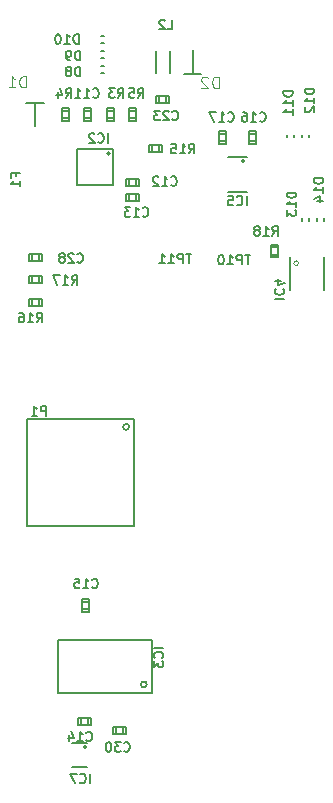
<source format=gbr>
G04 #@! TF.GenerationSoftware,KiCad,Pcbnew,5.1.8+dfsg1-1~bpo10+1*
G04 #@! TF.CreationDate,2021-02-15T21:00:24+01:00*
G04 #@! TF.ProjectId,easyhive,65617379-6869-4766-952e-6b696361645f,rev?*
G04 #@! TF.SameCoordinates,Original*
G04 #@! TF.FileFunction,Legend,Bot*
G04 #@! TF.FilePolarity,Positive*
%FSLAX46Y46*%
G04 Gerber Fmt 4.6, Leading zero omitted, Abs format (unit mm)*
G04 Created by KiCad (PCBNEW 5.1.8+dfsg1-1~bpo10+1) date 2021-02-15 21:00:24*
%MOMM*%
%LPD*%
G01*
G04 APERTURE LIST*
%ADD10C,0.150000*%
%ADD11C,0.127000*%
%ADD12C,0.203200*%
%ADD13C,0.100000*%
%ADD14C,0.152400*%
%ADD15C,0.096520*%
G04 APERTURE END LIST*
D10*
X141673774Y-131929008D02*
G75*
G03*
X141673774Y-131929008I-125000J0D01*
G01*
X141740000Y-131603000D02*
X140440000Y-131603000D01*
X140440000Y-133603000D02*
X141740000Y-133603000D01*
X155078300Y-82280200D02*
G75*
G03*
X155078300Y-82280200I-125000J0D01*
G01*
D11*
X153696100Y-84948600D02*
X155296100Y-84948600D01*
X155296100Y-81948600D02*
X153696100Y-81948600D01*
D10*
X145310800Y-104814200D02*
G75*
G03*
X145310800Y-104814200I-250000J0D01*
G01*
D11*
X136700000Y-104175000D02*
X136700000Y-113175000D01*
X136700000Y-113175000D02*
X145700000Y-113175000D01*
X145700000Y-113175000D02*
X145700000Y-104175000D01*
X145700000Y-104175000D02*
X136700000Y-104175000D01*
X157930000Y-89370000D02*
X157330000Y-89370000D01*
X157930000Y-90470000D02*
X157330000Y-90470000D01*
X157330000Y-89370000D02*
X157330000Y-89620000D01*
X157330000Y-89620000D02*
X157330000Y-90220000D01*
X157330000Y-90220000D02*
X157330000Y-90470000D01*
X157930000Y-89370000D02*
X157930000Y-89620000D01*
X157930000Y-89620000D02*
X157930000Y-90220000D01*
X157930000Y-90220000D02*
X157930000Y-90470000D01*
X157930000Y-89620000D02*
X157330000Y-89620000D01*
X157930000Y-90220000D02*
X157330000Y-90220000D01*
X136801100Y-92038600D02*
X136801100Y-92638600D01*
X137901100Y-92038600D02*
X137901100Y-92638600D01*
X136801100Y-92638600D02*
X137051100Y-92638600D01*
X137051100Y-92638600D02*
X137651100Y-92638600D01*
X137651100Y-92638600D02*
X137901100Y-92638600D01*
X136801100Y-92038600D02*
X137051100Y-92038600D01*
X137051100Y-92038600D02*
X137651100Y-92038600D01*
X137651100Y-92038600D02*
X137901100Y-92038600D01*
X137051100Y-92038600D02*
X137051100Y-92638600D01*
X137651100Y-92038600D02*
X137651100Y-92638600D01*
X137901100Y-94543600D02*
X137901100Y-93943600D01*
X136801100Y-94543600D02*
X136801100Y-93943600D01*
X137901100Y-93943600D02*
X137651100Y-93943600D01*
X137651100Y-93943600D02*
X137051100Y-93943600D01*
X137051100Y-93943600D02*
X136801100Y-93943600D01*
X137901100Y-94543600D02*
X137651100Y-94543600D01*
X137651100Y-94543600D02*
X137051100Y-94543600D01*
X137051100Y-94543600D02*
X136801100Y-94543600D01*
X137651100Y-94543600D02*
X137651100Y-93943600D01*
X137051100Y-94543600D02*
X137051100Y-93943600D01*
X148061100Y-81526100D02*
X148061100Y-80926100D01*
X146961100Y-81526100D02*
X146961100Y-80926100D01*
X148061100Y-80926100D02*
X147811100Y-80926100D01*
X147811100Y-80926100D02*
X147211100Y-80926100D01*
X147211100Y-80926100D02*
X146961100Y-80926100D01*
X148061100Y-81526100D02*
X147811100Y-81526100D01*
X147811100Y-81526100D02*
X147211100Y-81526100D01*
X147211100Y-81526100D02*
X146961100Y-81526100D01*
X147811100Y-81526100D02*
X147811100Y-80926100D01*
X147211100Y-81526100D02*
X147211100Y-80926100D01*
X145906100Y-77818600D02*
X145306100Y-77818600D01*
X145906100Y-78918600D02*
X145306100Y-78918600D01*
X145306100Y-77818600D02*
X145306100Y-78068600D01*
X145306100Y-78068600D02*
X145306100Y-78668600D01*
X145306100Y-78668600D02*
X145306100Y-78918600D01*
X145906100Y-77818600D02*
X145906100Y-78068600D01*
X145906100Y-78068600D02*
X145906100Y-78668600D01*
X145906100Y-78668600D02*
X145906100Y-78918600D01*
X145906100Y-78068600D02*
X145306100Y-78068600D01*
X145906100Y-78668600D02*
X145306100Y-78668600D01*
X140191100Y-77818600D02*
X139591100Y-77818600D01*
X140191100Y-78918600D02*
X139591100Y-78918600D01*
X139591100Y-77818600D02*
X139591100Y-78068600D01*
X139591100Y-78068600D02*
X139591100Y-78668600D01*
X139591100Y-78668600D02*
X139591100Y-78918600D01*
X140191100Y-77818600D02*
X140191100Y-78068600D01*
X140191100Y-78068600D02*
X140191100Y-78668600D01*
X140191100Y-78668600D02*
X140191100Y-78918600D01*
X140191100Y-78068600D02*
X139591100Y-78068600D01*
X140191100Y-78668600D02*
X139591100Y-78668600D01*
X144001100Y-77818600D02*
X143401100Y-77818600D01*
X144001100Y-78918600D02*
X143401100Y-78918600D01*
X143401100Y-77818600D02*
X143401100Y-78068600D01*
X143401100Y-78068600D02*
X143401100Y-78668600D01*
X143401100Y-78668600D02*
X143401100Y-78918600D01*
X144001100Y-77818600D02*
X144001100Y-78068600D01*
X144001100Y-78068600D02*
X144001100Y-78668600D01*
X144001100Y-78668600D02*
X144001100Y-78918600D01*
X144001100Y-78068600D02*
X143401100Y-78068600D01*
X144001100Y-78668600D02*
X143401100Y-78668600D01*
D12*
X148746100Y-73023600D02*
X148746100Y-74823600D01*
X147546100Y-74823600D02*
X147546100Y-73023600D01*
X161800000Y-90450000D02*
X161800000Y-93250000D01*
X158950000Y-93250000D02*
X158950000Y-90450000D01*
D13*
X159650000Y-90950000D02*
G75*
G03*
X159650000Y-90950000I-200000J0D01*
G01*
D11*
X147205000Y-122866000D02*
X139255000Y-122866000D01*
X139255000Y-122866000D02*
X139255000Y-127366000D01*
X139255000Y-127366000D02*
X147205000Y-127366000D01*
X147205000Y-127366000D02*
X147205000Y-122866000D01*
X146805000Y-126616000D02*
G75*
G03*
X146805000Y-126616000I-250000J0D01*
G01*
D14*
X143931100Y-81313600D02*
X140931100Y-81313600D01*
X140931100Y-81313600D02*
X140931100Y-84313600D01*
X140931100Y-84313600D02*
X143931100Y-84313600D01*
X143931100Y-84313600D02*
X143931100Y-81313600D01*
X143681100Y-81688600D02*
G75*
G03*
X143681100Y-81688600I-125000J0D01*
G01*
D11*
X161781100Y-87358600D02*
X161781100Y-87158600D01*
X161181100Y-87358600D02*
X161181100Y-87158600D01*
X160511100Y-87358600D02*
X160511100Y-87158600D01*
X159911100Y-87358600D02*
X159911100Y-87158600D01*
X159911100Y-80108600D02*
X159911100Y-80308600D01*
X160511100Y-80108600D02*
X160511100Y-80308600D01*
X158641100Y-80108600D02*
X158641100Y-80308600D01*
X159241100Y-80108600D02*
X159241100Y-80308600D01*
X142966100Y-72318600D02*
X143166100Y-72318600D01*
X142966100Y-71718600D02*
X143166100Y-71718600D01*
X142966100Y-73588600D02*
X143166100Y-73588600D01*
X142966100Y-72988600D02*
X143166100Y-72988600D01*
X142966100Y-74858600D02*
X143166100Y-74858600D01*
X142966100Y-74258600D02*
X143166100Y-74258600D01*
X145068000Y-130856000D02*
X145068000Y-130256000D01*
X143968000Y-130856000D02*
X143968000Y-130256000D01*
X145068000Y-130256000D02*
X144818000Y-130256000D01*
X144818000Y-130256000D02*
X144218000Y-130256000D01*
X144218000Y-130256000D02*
X143968000Y-130256000D01*
X145068000Y-130856000D02*
X144818000Y-130856000D01*
X144818000Y-130856000D02*
X144218000Y-130856000D01*
X144218000Y-130856000D02*
X143968000Y-130856000D01*
X144818000Y-130856000D02*
X144818000Y-130256000D01*
X144218000Y-130856000D02*
X144218000Y-130256000D01*
X137901100Y-90733600D02*
X137901100Y-90133600D01*
X136801100Y-90733600D02*
X136801100Y-90133600D01*
X137901100Y-90133600D02*
X137651100Y-90133600D01*
X137651100Y-90133600D02*
X137051100Y-90133600D01*
X137051100Y-90133600D02*
X136801100Y-90133600D01*
X137901100Y-90733600D02*
X137651100Y-90733600D01*
X137651100Y-90733600D02*
X137051100Y-90733600D01*
X137051100Y-90733600D02*
X136801100Y-90733600D01*
X137651100Y-90733600D02*
X137651100Y-90133600D01*
X137051100Y-90733600D02*
X137051100Y-90133600D01*
X147596100Y-76798600D02*
X147596100Y-77398600D01*
X148696100Y-76798600D02*
X148696100Y-77398600D01*
X147596100Y-77398600D02*
X147846100Y-77398600D01*
X147846100Y-77398600D02*
X148446100Y-77398600D01*
X148446100Y-77398600D02*
X148696100Y-77398600D01*
X147596100Y-76798600D02*
X147846100Y-76798600D01*
X147846100Y-76798600D02*
X148446100Y-76798600D01*
X148446100Y-76798600D02*
X148696100Y-76798600D01*
X147846100Y-76798600D02*
X147846100Y-77398600D01*
X148446100Y-76798600D02*
X148446100Y-77398600D01*
X152926100Y-80823600D02*
X153526100Y-80823600D01*
X152926100Y-79723600D02*
X153526100Y-79723600D01*
X153526100Y-80823600D02*
X153526100Y-80573600D01*
X153526100Y-80573600D02*
X153526100Y-79973600D01*
X153526100Y-79973600D02*
X153526100Y-79723600D01*
X152926100Y-80823600D02*
X152926100Y-80573600D01*
X152926100Y-80573600D02*
X152926100Y-79973600D01*
X152926100Y-79973600D02*
X152926100Y-79723600D01*
X152926100Y-80573600D02*
X153526100Y-80573600D01*
X152926100Y-79973600D02*
X153526100Y-79973600D01*
X155466100Y-80823600D02*
X156066100Y-80823600D01*
X155466100Y-79723600D02*
X156066100Y-79723600D01*
X156066100Y-80823600D02*
X156066100Y-80573600D01*
X156066100Y-80573600D02*
X156066100Y-79973600D01*
X156066100Y-79973600D02*
X156066100Y-79723600D01*
X155466100Y-80823600D02*
X155466100Y-80573600D01*
X155466100Y-80573600D02*
X155466100Y-79973600D01*
X155466100Y-79973600D02*
X155466100Y-79723600D01*
X155466100Y-80573600D02*
X156066100Y-80573600D01*
X155466100Y-79973600D02*
X156066100Y-79973600D01*
X141305000Y-120446000D02*
X141905000Y-120446000D01*
X141305000Y-119346000D02*
X141905000Y-119346000D01*
X141905000Y-120446000D02*
X141905000Y-120196000D01*
X141905000Y-120196000D02*
X141905000Y-119596000D01*
X141905000Y-119596000D02*
X141905000Y-119346000D01*
X141305000Y-120446000D02*
X141305000Y-120196000D01*
X141305000Y-120196000D02*
X141305000Y-119596000D01*
X141305000Y-119596000D02*
X141305000Y-119346000D01*
X141305000Y-120196000D02*
X141905000Y-120196000D01*
X141305000Y-119596000D02*
X141905000Y-119596000D01*
X142045400Y-130043200D02*
X142045400Y-129443200D01*
X140945400Y-130043200D02*
X140945400Y-129443200D01*
X142045400Y-129443200D02*
X141795400Y-129443200D01*
X141795400Y-129443200D02*
X141195400Y-129443200D01*
X141195400Y-129443200D02*
X140945400Y-129443200D01*
X142045400Y-130043200D02*
X141795400Y-130043200D01*
X141795400Y-130043200D02*
X141195400Y-130043200D01*
X141195400Y-130043200D02*
X140945400Y-130043200D01*
X141795400Y-130043200D02*
X141795400Y-129443200D01*
X141195400Y-130043200D02*
X141195400Y-129443200D01*
X145056100Y-85053600D02*
X145056100Y-85653600D01*
X146156100Y-85053600D02*
X146156100Y-85653600D01*
X145056100Y-85653600D02*
X145306100Y-85653600D01*
X145306100Y-85653600D02*
X145906100Y-85653600D01*
X145906100Y-85653600D02*
X146156100Y-85653600D01*
X145056100Y-85053600D02*
X145306100Y-85053600D01*
X145306100Y-85053600D02*
X145906100Y-85053600D01*
X145906100Y-85053600D02*
X146156100Y-85053600D01*
X145306100Y-85053600D02*
X145306100Y-85653600D01*
X145906100Y-85053600D02*
X145906100Y-85653600D01*
X145056100Y-83783600D02*
X145056100Y-84383600D01*
X146156100Y-83783600D02*
X146156100Y-84383600D01*
X145056100Y-84383600D02*
X145306100Y-84383600D01*
X145306100Y-84383600D02*
X145906100Y-84383600D01*
X145906100Y-84383600D02*
X146156100Y-84383600D01*
X145056100Y-83783600D02*
X145306100Y-83783600D01*
X145306100Y-83783600D02*
X145906100Y-83783600D01*
X145906100Y-83783600D02*
X146156100Y-83783600D01*
X145306100Y-83783600D02*
X145306100Y-84383600D01*
X145906100Y-83783600D02*
X145906100Y-84383600D01*
X141450000Y-78900000D02*
X142050000Y-78900000D01*
X141450000Y-77800000D02*
X142050000Y-77800000D01*
X142050000Y-78900000D02*
X142050000Y-78650000D01*
X142050000Y-78650000D02*
X142050000Y-78050000D01*
X142050000Y-78050000D02*
X142050000Y-77800000D01*
X141450000Y-78900000D02*
X141450000Y-78650000D01*
X141450000Y-78650000D02*
X141450000Y-78050000D01*
X141450000Y-78050000D02*
X141450000Y-77800000D01*
X141450000Y-78650000D02*
X142050000Y-78650000D01*
X141450000Y-78050000D02*
X142050000Y-78050000D01*
D10*
X137351100Y-77368600D02*
X137351100Y-79368600D01*
X137351100Y-78868600D02*
X137351100Y-77368600D01*
X138101100Y-77368600D02*
X137351100Y-77368600D01*
X136601100Y-77368600D02*
X138101100Y-77368600D01*
X151436100Y-74923600D02*
X149936100Y-74923600D01*
X149936100Y-74923600D02*
X150686100Y-74923600D01*
X150686100Y-73423600D02*
X150686100Y-74923600D01*
X150686100Y-74923600D02*
X150686100Y-72923600D01*
X141980952Y-134961904D02*
X141980952Y-134161904D01*
X141142857Y-134885714D02*
X141180952Y-134923809D01*
X141295238Y-134961904D01*
X141371428Y-134961904D01*
X141485714Y-134923809D01*
X141561904Y-134847619D01*
X141600000Y-134771428D01*
X141638095Y-134619047D01*
X141638095Y-134504761D01*
X141600000Y-134352380D01*
X141561904Y-134276190D01*
X141485714Y-134200000D01*
X141371428Y-134161904D01*
X141295238Y-134161904D01*
X141180952Y-134200000D01*
X141142857Y-134238095D01*
X140876190Y-134161904D02*
X140342857Y-134161904D01*
X140685714Y-134961904D01*
X155249880Y-86061904D02*
X155249880Y-85261904D01*
X154411785Y-85985714D02*
X154449880Y-86023809D01*
X154564166Y-86061904D01*
X154640357Y-86061904D01*
X154754642Y-86023809D01*
X154830833Y-85947619D01*
X154868928Y-85871428D01*
X154907023Y-85719047D01*
X154907023Y-85604761D01*
X154868928Y-85452380D01*
X154830833Y-85376190D01*
X154754642Y-85300000D01*
X154640357Y-85261904D01*
X154564166Y-85261904D01*
X154449880Y-85300000D01*
X154411785Y-85338095D01*
X153687976Y-85261904D02*
X154068928Y-85261904D01*
X154107023Y-85642857D01*
X154068928Y-85604761D01*
X153992738Y-85566666D01*
X153802261Y-85566666D01*
X153726071Y-85604761D01*
X153687976Y-85642857D01*
X153649880Y-85719047D01*
X153649880Y-85909523D01*
X153687976Y-85985714D01*
X153726071Y-86023809D01*
X153802261Y-86061904D01*
X153992738Y-86061904D01*
X154068928Y-86023809D01*
X154107023Y-85985714D01*
X138268928Y-103861904D02*
X138268928Y-103061904D01*
X137964166Y-103061904D01*
X137887976Y-103100000D01*
X137849880Y-103138095D01*
X137811785Y-103214285D01*
X137811785Y-103328571D01*
X137849880Y-103404761D01*
X137887976Y-103442857D01*
X137964166Y-103480952D01*
X138268928Y-103480952D01*
X137049880Y-103861904D02*
X137507023Y-103861904D01*
X137278452Y-103861904D02*
X137278452Y-103061904D01*
X137354642Y-103176190D01*
X137430833Y-103252380D01*
X137507023Y-103290476D01*
X150576309Y-90161904D02*
X150119166Y-90161904D01*
X150347738Y-90961904D02*
X150347738Y-90161904D01*
X149852500Y-90961904D02*
X149852500Y-90161904D01*
X149547738Y-90161904D01*
X149471547Y-90200000D01*
X149433452Y-90238095D01*
X149395357Y-90314285D01*
X149395357Y-90428571D01*
X149433452Y-90504761D01*
X149471547Y-90542857D01*
X149547738Y-90580952D01*
X149852500Y-90580952D01*
X148633452Y-90961904D02*
X149090595Y-90961904D01*
X148862023Y-90961904D02*
X148862023Y-90161904D01*
X148938214Y-90276190D01*
X149014404Y-90352380D01*
X149090595Y-90390476D01*
X147871547Y-90961904D02*
X148328690Y-90961904D01*
X148100119Y-90961904D02*
X148100119Y-90161904D01*
X148176309Y-90276190D01*
X148252500Y-90352380D01*
X148328690Y-90390476D01*
X155576509Y-90261804D02*
X155119366Y-90261804D01*
X155347938Y-91061804D02*
X155347938Y-90261804D01*
X154852700Y-91061804D02*
X154852700Y-90261804D01*
X154547938Y-90261804D01*
X154471747Y-90299900D01*
X154433652Y-90337995D01*
X154395557Y-90414185D01*
X154395557Y-90528471D01*
X154433652Y-90604661D01*
X154471747Y-90642757D01*
X154547938Y-90680852D01*
X154852700Y-90680852D01*
X153633652Y-91061804D02*
X154090795Y-91061804D01*
X153862223Y-91061804D02*
X153862223Y-90261804D01*
X153938414Y-90376090D01*
X154014604Y-90452280D01*
X154090795Y-90490376D01*
X153138414Y-90261804D02*
X153062223Y-90261804D01*
X152986033Y-90299900D01*
X152947938Y-90337995D01*
X152909842Y-90414185D01*
X152871747Y-90566566D01*
X152871747Y-90757042D01*
X152909842Y-90909423D01*
X152947938Y-90985614D01*
X152986033Y-91023709D01*
X153062223Y-91061804D01*
X153138414Y-91061804D01*
X153214604Y-91023709D01*
X153252700Y-90985614D01*
X153290795Y-90909423D01*
X153328890Y-90757042D01*
X153328890Y-90566566D01*
X153290795Y-90414185D01*
X153252700Y-90337995D01*
X153214604Y-90299900D01*
X153138414Y-90261804D01*
X157434880Y-88631904D02*
X157701547Y-88250952D01*
X157892023Y-88631904D02*
X157892023Y-87831904D01*
X157587261Y-87831904D01*
X157511071Y-87870000D01*
X157472976Y-87908095D01*
X157434880Y-87984285D01*
X157434880Y-88098571D01*
X157472976Y-88174761D01*
X157511071Y-88212857D01*
X157587261Y-88250952D01*
X157892023Y-88250952D01*
X156672976Y-88631904D02*
X157130119Y-88631904D01*
X156901547Y-88631904D02*
X156901547Y-87831904D01*
X156977738Y-87946190D01*
X157053928Y-88022380D01*
X157130119Y-88060476D01*
X156215833Y-88174761D02*
X156292023Y-88136666D01*
X156330119Y-88098571D01*
X156368214Y-88022380D01*
X156368214Y-87984285D01*
X156330119Y-87908095D01*
X156292023Y-87870000D01*
X156215833Y-87831904D01*
X156063452Y-87831904D01*
X155987261Y-87870000D01*
X155949166Y-87908095D01*
X155911071Y-87984285D01*
X155911071Y-88022380D01*
X155949166Y-88098571D01*
X155987261Y-88136666D01*
X156063452Y-88174761D01*
X156215833Y-88174761D01*
X156292023Y-88212857D01*
X156330119Y-88250952D01*
X156368214Y-88327142D01*
X156368214Y-88479523D01*
X156330119Y-88555714D01*
X156292023Y-88593809D01*
X156215833Y-88631904D01*
X156063452Y-88631904D01*
X155987261Y-88593809D01*
X155949166Y-88555714D01*
X155911071Y-88479523D01*
X155911071Y-88327142D01*
X155949166Y-88250952D01*
X155987261Y-88212857D01*
X156063452Y-88174761D01*
X140454880Y-92761904D02*
X140721547Y-92380952D01*
X140912023Y-92761904D02*
X140912023Y-91961904D01*
X140607261Y-91961904D01*
X140531071Y-92000000D01*
X140492976Y-92038095D01*
X140454880Y-92114285D01*
X140454880Y-92228571D01*
X140492976Y-92304761D01*
X140531071Y-92342857D01*
X140607261Y-92380952D01*
X140912023Y-92380952D01*
X139692976Y-92761904D02*
X140150119Y-92761904D01*
X139921547Y-92761904D02*
X139921547Y-91961904D01*
X139997738Y-92076190D01*
X140073928Y-92152380D01*
X140150119Y-92190476D01*
X139426309Y-91961904D02*
X138892976Y-91961904D01*
X139235833Y-92761904D01*
X137473690Y-95961904D02*
X137740357Y-95580952D01*
X137930833Y-95961904D02*
X137930833Y-95161904D01*
X137626071Y-95161904D01*
X137549880Y-95200000D01*
X137511785Y-95238095D01*
X137473690Y-95314285D01*
X137473690Y-95428571D01*
X137511785Y-95504761D01*
X137549880Y-95542857D01*
X137626071Y-95580952D01*
X137930833Y-95580952D01*
X136711785Y-95961904D02*
X137168928Y-95961904D01*
X136940357Y-95961904D02*
X136940357Y-95161904D01*
X137016547Y-95276190D01*
X137092738Y-95352380D01*
X137168928Y-95390476D01*
X136026071Y-95161904D02*
X136178452Y-95161904D01*
X136254642Y-95200000D01*
X136292738Y-95238095D01*
X136368928Y-95352380D01*
X136407023Y-95504761D01*
X136407023Y-95809523D01*
X136368928Y-95885714D01*
X136330833Y-95923809D01*
X136254642Y-95961904D01*
X136102261Y-95961904D01*
X136026071Y-95923809D01*
X135987976Y-95885714D01*
X135949880Y-95809523D01*
X135949880Y-95619047D01*
X135987976Y-95542857D01*
X136026071Y-95504761D01*
X136102261Y-95466666D01*
X136254642Y-95466666D01*
X136330833Y-95504761D01*
X136368928Y-95542857D01*
X136407023Y-95619047D01*
X150373690Y-81661904D02*
X150640357Y-81280952D01*
X150830833Y-81661904D02*
X150830833Y-80861904D01*
X150526071Y-80861904D01*
X150449880Y-80900000D01*
X150411785Y-80938095D01*
X150373690Y-81014285D01*
X150373690Y-81128571D01*
X150411785Y-81204761D01*
X150449880Y-81242857D01*
X150526071Y-81280952D01*
X150830833Y-81280952D01*
X149611785Y-81661904D02*
X150068928Y-81661904D01*
X149840357Y-81661904D02*
X149840357Y-80861904D01*
X149916547Y-80976190D01*
X149992738Y-81052380D01*
X150068928Y-81090476D01*
X148887976Y-80861904D02*
X149268928Y-80861904D01*
X149307023Y-81242857D01*
X149268928Y-81204761D01*
X149192738Y-81166666D01*
X149002261Y-81166666D01*
X148926071Y-81204761D01*
X148887976Y-81242857D01*
X148849880Y-81319047D01*
X148849880Y-81509523D01*
X148887976Y-81585714D01*
X148926071Y-81623809D01*
X149002261Y-81661904D01*
X149192738Y-81661904D01*
X149268928Y-81623809D01*
X149307023Y-81585714D01*
X146054880Y-76961904D02*
X146321547Y-76580952D01*
X146512023Y-76961904D02*
X146512023Y-76161904D01*
X146207261Y-76161904D01*
X146131071Y-76200000D01*
X146092976Y-76238095D01*
X146054880Y-76314285D01*
X146054880Y-76428571D01*
X146092976Y-76504761D01*
X146131071Y-76542857D01*
X146207261Y-76580952D01*
X146512023Y-76580952D01*
X145331071Y-76161904D02*
X145712023Y-76161904D01*
X145750119Y-76542857D01*
X145712023Y-76504761D01*
X145635833Y-76466666D01*
X145445357Y-76466666D01*
X145369166Y-76504761D01*
X145331071Y-76542857D01*
X145292976Y-76619047D01*
X145292976Y-76809523D01*
X145331071Y-76885714D01*
X145369166Y-76923809D01*
X145445357Y-76961904D01*
X145635833Y-76961904D01*
X145712023Y-76923809D01*
X145750119Y-76885714D01*
X139954880Y-76961904D02*
X140221547Y-76580952D01*
X140412023Y-76961904D02*
X140412023Y-76161904D01*
X140107261Y-76161904D01*
X140031071Y-76200000D01*
X139992976Y-76238095D01*
X139954880Y-76314285D01*
X139954880Y-76428571D01*
X139992976Y-76504761D01*
X140031071Y-76542857D01*
X140107261Y-76580952D01*
X140412023Y-76580952D01*
X139269166Y-76428571D02*
X139269166Y-76961904D01*
X139459642Y-76123809D02*
X139650119Y-76695238D01*
X139154880Y-76695238D01*
X144354880Y-76961904D02*
X144621547Y-76580952D01*
X144812023Y-76961904D02*
X144812023Y-76161904D01*
X144507261Y-76161904D01*
X144431071Y-76200000D01*
X144392976Y-76238095D01*
X144354880Y-76314285D01*
X144354880Y-76428571D01*
X144392976Y-76504761D01*
X144431071Y-76542857D01*
X144507261Y-76580952D01*
X144812023Y-76580952D01*
X144088214Y-76161904D02*
X143592976Y-76161904D01*
X143859642Y-76466666D01*
X143745357Y-76466666D01*
X143669166Y-76504761D01*
X143631071Y-76542857D01*
X143592976Y-76619047D01*
X143592976Y-76809523D01*
X143631071Y-76885714D01*
X143669166Y-76923809D01*
X143745357Y-76961904D01*
X143973928Y-76961904D01*
X144050119Y-76923809D01*
X144088214Y-76885714D01*
X148535595Y-71161904D02*
X148916547Y-71161904D01*
X148916547Y-70361904D01*
X148307023Y-70438095D02*
X148268928Y-70400000D01*
X148192738Y-70361904D01*
X148002261Y-70361904D01*
X147926071Y-70400000D01*
X147887976Y-70438095D01*
X147849880Y-70514285D01*
X147849880Y-70590476D01*
X147887976Y-70704761D01*
X148345119Y-71161904D01*
X147849880Y-71161904D01*
X157638095Y-93949880D02*
X158438095Y-93949880D01*
X157714285Y-93111785D02*
X157676190Y-93149880D01*
X157638095Y-93264166D01*
X157638095Y-93340357D01*
X157676190Y-93454642D01*
X157752380Y-93530833D01*
X157828571Y-93568928D01*
X157980952Y-93607023D01*
X158095238Y-93607023D01*
X158247619Y-93568928D01*
X158323809Y-93530833D01*
X158400000Y-93454642D01*
X158438095Y-93340357D01*
X158438095Y-93264166D01*
X158400000Y-93149880D01*
X158361904Y-93111785D01*
X158171428Y-92426071D02*
X157638095Y-92426071D01*
X158476190Y-92616547D02*
X157904761Y-92807023D01*
X157904761Y-92311785D01*
X148211904Y-123500119D02*
X147411904Y-123500119D01*
X148135714Y-124338214D02*
X148173809Y-124300119D01*
X148211904Y-124185833D01*
X148211904Y-124109642D01*
X148173809Y-123995357D01*
X148097619Y-123919166D01*
X148021428Y-123881071D01*
X147869047Y-123842976D01*
X147754761Y-123842976D01*
X147602380Y-123881071D01*
X147526190Y-123919166D01*
X147450000Y-123995357D01*
X147411904Y-124109642D01*
X147411904Y-124185833D01*
X147450000Y-124300119D01*
X147488095Y-124338214D01*
X147411904Y-124604880D02*
X147411904Y-125100119D01*
X147716666Y-124833452D01*
X147716666Y-124947738D01*
X147754761Y-125023928D01*
X147792857Y-125062023D01*
X147869047Y-125100119D01*
X148059523Y-125100119D01*
X148135714Y-125062023D01*
X148173809Y-125023928D01*
X148211904Y-124947738D01*
X148211904Y-124719166D01*
X148173809Y-124642976D01*
X148135714Y-124604880D01*
X143512023Y-80761904D02*
X143512023Y-79961904D01*
X142673928Y-80685714D02*
X142712023Y-80723809D01*
X142826309Y-80761904D01*
X142902500Y-80761904D01*
X143016785Y-80723809D01*
X143092976Y-80647619D01*
X143131071Y-80571428D01*
X143169166Y-80419047D01*
X143169166Y-80304761D01*
X143131071Y-80152380D01*
X143092976Y-80076190D01*
X143016785Y-80000000D01*
X142902500Y-79961904D01*
X142826309Y-79961904D01*
X142712023Y-80000000D01*
X142673928Y-80038095D01*
X142369166Y-80038095D02*
X142331071Y-80000000D01*
X142254880Y-79961904D01*
X142064404Y-79961904D01*
X141988214Y-80000000D01*
X141950119Y-80038095D01*
X141912023Y-80114285D01*
X141912023Y-80190476D01*
X141950119Y-80304761D01*
X142407261Y-80761904D01*
X141912023Y-80761904D01*
X135692857Y-83604642D02*
X135692857Y-83337976D01*
X136111904Y-83337976D02*
X135311904Y-83337976D01*
X135311904Y-83718928D01*
X136111904Y-84442738D02*
X136111904Y-83985595D01*
X136111904Y-84214166D02*
X135311904Y-84214166D01*
X135426190Y-84137976D01*
X135502380Y-84061785D01*
X135540476Y-83985595D01*
X161761904Y-83769166D02*
X160961904Y-83769166D01*
X160961904Y-83959642D01*
X161000000Y-84073928D01*
X161076190Y-84150119D01*
X161152380Y-84188214D01*
X161304761Y-84226309D01*
X161419047Y-84226309D01*
X161571428Y-84188214D01*
X161647619Y-84150119D01*
X161723809Y-84073928D01*
X161761904Y-83959642D01*
X161761904Y-83769166D01*
X161761904Y-84988214D02*
X161761904Y-84531071D01*
X161761904Y-84759642D02*
X160961904Y-84759642D01*
X161076190Y-84683452D01*
X161152380Y-84607261D01*
X161190476Y-84531071D01*
X161228571Y-85673928D02*
X161761904Y-85673928D01*
X160923809Y-85483452D02*
X161495238Y-85292976D01*
X161495238Y-85788214D01*
X159461904Y-84969166D02*
X158661904Y-84969166D01*
X158661904Y-85159642D01*
X158700000Y-85273928D01*
X158776190Y-85350119D01*
X158852380Y-85388214D01*
X159004761Y-85426309D01*
X159119047Y-85426309D01*
X159271428Y-85388214D01*
X159347619Y-85350119D01*
X159423809Y-85273928D01*
X159461904Y-85159642D01*
X159461904Y-84969166D01*
X159461904Y-86188214D02*
X159461904Y-85731071D01*
X159461904Y-85959642D02*
X158661904Y-85959642D01*
X158776190Y-85883452D01*
X158852380Y-85807261D01*
X158890476Y-85731071D01*
X158661904Y-86454880D02*
X158661904Y-86950119D01*
X158966666Y-86683452D01*
X158966666Y-86797738D01*
X159004761Y-86873928D01*
X159042857Y-86912023D01*
X159119047Y-86950119D01*
X159309523Y-86950119D01*
X159385714Y-86912023D01*
X159423809Y-86873928D01*
X159461904Y-86797738D01*
X159461904Y-86569166D01*
X159423809Y-86492976D01*
X159385714Y-86454880D01*
X160961904Y-76187976D02*
X160161904Y-76187976D01*
X160161904Y-76378452D01*
X160200000Y-76492738D01*
X160276190Y-76568928D01*
X160352380Y-76607023D01*
X160504761Y-76645119D01*
X160619047Y-76645119D01*
X160771428Y-76607023D01*
X160847619Y-76568928D01*
X160923809Y-76492738D01*
X160961904Y-76378452D01*
X160961904Y-76187976D01*
X160961904Y-77407023D02*
X160961904Y-76949880D01*
X160961904Y-77178452D02*
X160161904Y-77178452D01*
X160276190Y-77102261D01*
X160352380Y-77026071D01*
X160390476Y-76949880D01*
X160238095Y-77711785D02*
X160200000Y-77749880D01*
X160161904Y-77826071D01*
X160161904Y-78016547D01*
X160200000Y-78092738D01*
X160238095Y-78130833D01*
X160314285Y-78168928D01*
X160390476Y-78168928D01*
X160504761Y-78130833D01*
X160961904Y-77673690D01*
X160961904Y-78168928D01*
X159161904Y-76387976D02*
X158361904Y-76387976D01*
X158361904Y-76578452D01*
X158400000Y-76692738D01*
X158476190Y-76768928D01*
X158552380Y-76807023D01*
X158704761Y-76845119D01*
X158819047Y-76845119D01*
X158971428Y-76807023D01*
X159047619Y-76768928D01*
X159123809Y-76692738D01*
X159161904Y-76578452D01*
X159161904Y-76387976D01*
X159161904Y-77607023D02*
X159161904Y-77149880D01*
X159161904Y-77378452D02*
X158361904Y-77378452D01*
X158476190Y-77302261D01*
X158552380Y-77226071D01*
X158590476Y-77149880D01*
X159161904Y-78368928D02*
X159161904Y-77911785D01*
X159161904Y-78140357D02*
X158361904Y-78140357D01*
X158476190Y-78064166D01*
X158552380Y-77987976D01*
X158590476Y-77911785D01*
X141030833Y-72361904D02*
X141030833Y-71561904D01*
X140840357Y-71561904D01*
X140726071Y-71600000D01*
X140649880Y-71676190D01*
X140611785Y-71752380D01*
X140573690Y-71904761D01*
X140573690Y-72019047D01*
X140611785Y-72171428D01*
X140649880Y-72247619D01*
X140726071Y-72323809D01*
X140840357Y-72361904D01*
X141030833Y-72361904D01*
X139811785Y-72361904D02*
X140268928Y-72361904D01*
X140040357Y-72361904D02*
X140040357Y-71561904D01*
X140116547Y-71676190D01*
X140192738Y-71752380D01*
X140268928Y-71790476D01*
X139316547Y-71561904D02*
X139240357Y-71561904D01*
X139164166Y-71600000D01*
X139126071Y-71638095D01*
X139087976Y-71714285D01*
X139049880Y-71866666D01*
X139049880Y-72057142D01*
X139087976Y-72209523D01*
X139126071Y-72285714D01*
X139164166Y-72323809D01*
X139240357Y-72361904D01*
X139316547Y-72361904D01*
X139392738Y-72323809D01*
X139430833Y-72285714D01*
X139468928Y-72209523D01*
X139507023Y-72057142D01*
X139507023Y-71866666D01*
X139468928Y-71714285D01*
X139430833Y-71638095D01*
X139392738Y-71600000D01*
X139316547Y-71561904D01*
X141168928Y-73761904D02*
X141168928Y-72961904D01*
X140978452Y-72961904D01*
X140864166Y-73000000D01*
X140787976Y-73076190D01*
X140749880Y-73152380D01*
X140711785Y-73304761D01*
X140711785Y-73419047D01*
X140749880Y-73571428D01*
X140787976Y-73647619D01*
X140864166Y-73723809D01*
X140978452Y-73761904D01*
X141168928Y-73761904D01*
X140330833Y-73761904D02*
X140178452Y-73761904D01*
X140102261Y-73723809D01*
X140064166Y-73685714D01*
X139987976Y-73571428D01*
X139949880Y-73419047D01*
X139949880Y-73114285D01*
X139987976Y-73038095D01*
X140026071Y-73000000D01*
X140102261Y-72961904D01*
X140254642Y-72961904D01*
X140330833Y-73000000D01*
X140368928Y-73038095D01*
X140407023Y-73114285D01*
X140407023Y-73304761D01*
X140368928Y-73380952D01*
X140330833Y-73419047D01*
X140254642Y-73457142D01*
X140102261Y-73457142D01*
X140026071Y-73419047D01*
X139987976Y-73380952D01*
X139949880Y-73304761D01*
X141168928Y-75120504D02*
X141168928Y-74320504D01*
X140978452Y-74320504D01*
X140864166Y-74358600D01*
X140787976Y-74434790D01*
X140749880Y-74510980D01*
X140711785Y-74663361D01*
X140711785Y-74777647D01*
X140749880Y-74930028D01*
X140787976Y-75006219D01*
X140864166Y-75082409D01*
X140978452Y-75120504D01*
X141168928Y-75120504D01*
X140254642Y-74663361D02*
X140330833Y-74625266D01*
X140368928Y-74587171D01*
X140407023Y-74510980D01*
X140407023Y-74472885D01*
X140368928Y-74396695D01*
X140330833Y-74358600D01*
X140254642Y-74320504D01*
X140102261Y-74320504D01*
X140026071Y-74358600D01*
X139987976Y-74396695D01*
X139949880Y-74472885D01*
X139949880Y-74510980D01*
X139987976Y-74587171D01*
X140026071Y-74625266D01*
X140102261Y-74663361D01*
X140254642Y-74663361D01*
X140330833Y-74701457D01*
X140368928Y-74739552D01*
X140407023Y-74815742D01*
X140407023Y-74968123D01*
X140368928Y-75044314D01*
X140330833Y-75082409D01*
X140254642Y-75120504D01*
X140102261Y-75120504D01*
X140026071Y-75082409D01*
X139987976Y-75044314D01*
X139949880Y-74968123D01*
X139949880Y-74815742D01*
X139987976Y-74739552D01*
X140026071Y-74701457D01*
X140102261Y-74663361D01*
X144873690Y-132235714D02*
X144911785Y-132273809D01*
X145026071Y-132311904D01*
X145102261Y-132311904D01*
X145216547Y-132273809D01*
X145292738Y-132197619D01*
X145330833Y-132121428D01*
X145368928Y-131969047D01*
X145368928Y-131854761D01*
X145330833Y-131702380D01*
X145292738Y-131626190D01*
X145216547Y-131550000D01*
X145102261Y-131511904D01*
X145026071Y-131511904D01*
X144911785Y-131550000D01*
X144873690Y-131588095D01*
X144607023Y-131511904D02*
X144111785Y-131511904D01*
X144378452Y-131816666D01*
X144264166Y-131816666D01*
X144187976Y-131854761D01*
X144149880Y-131892857D01*
X144111785Y-131969047D01*
X144111785Y-132159523D01*
X144149880Y-132235714D01*
X144187976Y-132273809D01*
X144264166Y-132311904D01*
X144492738Y-132311904D01*
X144568928Y-132273809D01*
X144607023Y-132235714D01*
X143616547Y-131511904D02*
X143540357Y-131511904D01*
X143464166Y-131550000D01*
X143426071Y-131588095D01*
X143387976Y-131664285D01*
X143349880Y-131816666D01*
X143349880Y-132007142D01*
X143387976Y-132159523D01*
X143426071Y-132235714D01*
X143464166Y-132273809D01*
X143540357Y-132311904D01*
X143616547Y-132311904D01*
X143692738Y-132273809D01*
X143730833Y-132235714D01*
X143768928Y-132159523D01*
X143807023Y-132007142D01*
X143807023Y-131816666D01*
X143768928Y-131664285D01*
X143730833Y-131588095D01*
X143692738Y-131550000D01*
X143616547Y-131511904D01*
X140923690Y-90835714D02*
X140961785Y-90873809D01*
X141076071Y-90911904D01*
X141152261Y-90911904D01*
X141266547Y-90873809D01*
X141342738Y-90797619D01*
X141380833Y-90721428D01*
X141418928Y-90569047D01*
X141418928Y-90454761D01*
X141380833Y-90302380D01*
X141342738Y-90226190D01*
X141266547Y-90150000D01*
X141152261Y-90111904D01*
X141076071Y-90111904D01*
X140961785Y-90150000D01*
X140923690Y-90188095D01*
X140618928Y-90188095D02*
X140580833Y-90150000D01*
X140504642Y-90111904D01*
X140314166Y-90111904D01*
X140237976Y-90150000D01*
X140199880Y-90188095D01*
X140161785Y-90264285D01*
X140161785Y-90340476D01*
X140199880Y-90454761D01*
X140657023Y-90911904D01*
X140161785Y-90911904D01*
X139704642Y-90454761D02*
X139780833Y-90416666D01*
X139818928Y-90378571D01*
X139857023Y-90302380D01*
X139857023Y-90264285D01*
X139818928Y-90188095D01*
X139780833Y-90150000D01*
X139704642Y-90111904D01*
X139552261Y-90111904D01*
X139476071Y-90150000D01*
X139437976Y-90188095D01*
X139399880Y-90264285D01*
X139399880Y-90302380D01*
X139437976Y-90378571D01*
X139476071Y-90416666D01*
X139552261Y-90454761D01*
X139704642Y-90454761D01*
X139780833Y-90492857D01*
X139818928Y-90530952D01*
X139857023Y-90607142D01*
X139857023Y-90759523D01*
X139818928Y-90835714D01*
X139780833Y-90873809D01*
X139704642Y-90911904D01*
X139552261Y-90911904D01*
X139476071Y-90873809D01*
X139437976Y-90835714D01*
X139399880Y-90759523D01*
X139399880Y-90607142D01*
X139437976Y-90530952D01*
X139476071Y-90492857D01*
X139552261Y-90454761D01*
X148954880Y-78785714D02*
X148992976Y-78823809D01*
X149107261Y-78861904D01*
X149183452Y-78861904D01*
X149297738Y-78823809D01*
X149373928Y-78747619D01*
X149412023Y-78671428D01*
X149450119Y-78519047D01*
X149450119Y-78404761D01*
X149412023Y-78252380D01*
X149373928Y-78176190D01*
X149297738Y-78100000D01*
X149183452Y-78061904D01*
X149107261Y-78061904D01*
X148992976Y-78100000D01*
X148954880Y-78138095D01*
X148650119Y-78138095D02*
X148612023Y-78100000D01*
X148535833Y-78061904D01*
X148345357Y-78061904D01*
X148269166Y-78100000D01*
X148231071Y-78138095D01*
X148192976Y-78214285D01*
X148192976Y-78290476D01*
X148231071Y-78404761D01*
X148688214Y-78861904D01*
X148192976Y-78861904D01*
X147926309Y-78061904D02*
X147431071Y-78061904D01*
X147697738Y-78366666D01*
X147583452Y-78366666D01*
X147507261Y-78404761D01*
X147469166Y-78442857D01*
X147431071Y-78519047D01*
X147431071Y-78709523D01*
X147469166Y-78785714D01*
X147507261Y-78823809D01*
X147583452Y-78861904D01*
X147812023Y-78861904D01*
X147888214Y-78823809D01*
X147926309Y-78785714D01*
X153673690Y-78885714D02*
X153711785Y-78923809D01*
X153826071Y-78961904D01*
X153902261Y-78961904D01*
X154016547Y-78923809D01*
X154092738Y-78847619D01*
X154130833Y-78771428D01*
X154168928Y-78619047D01*
X154168928Y-78504761D01*
X154130833Y-78352380D01*
X154092738Y-78276190D01*
X154016547Y-78200000D01*
X153902261Y-78161904D01*
X153826071Y-78161904D01*
X153711785Y-78200000D01*
X153673690Y-78238095D01*
X152911785Y-78961904D02*
X153368928Y-78961904D01*
X153140357Y-78961904D02*
X153140357Y-78161904D01*
X153216547Y-78276190D01*
X153292738Y-78352380D01*
X153368928Y-78390476D01*
X152645119Y-78161904D02*
X152111785Y-78161904D01*
X152454642Y-78961904D01*
X156373690Y-78885714D02*
X156411785Y-78923809D01*
X156526071Y-78961904D01*
X156602261Y-78961904D01*
X156716547Y-78923809D01*
X156792738Y-78847619D01*
X156830833Y-78771428D01*
X156868928Y-78619047D01*
X156868928Y-78504761D01*
X156830833Y-78352380D01*
X156792738Y-78276190D01*
X156716547Y-78200000D01*
X156602261Y-78161904D01*
X156526071Y-78161904D01*
X156411785Y-78200000D01*
X156373690Y-78238095D01*
X155611785Y-78961904D02*
X156068928Y-78961904D01*
X155840357Y-78961904D02*
X155840357Y-78161904D01*
X155916547Y-78276190D01*
X155992738Y-78352380D01*
X156068928Y-78390476D01*
X154926071Y-78161904D02*
X155078452Y-78161904D01*
X155154642Y-78200000D01*
X155192738Y-78238095D01*
X155268928Y-78352380D01*
X155307023Y-78504761D01*
X155307023Y-78809523D01*
X155268928Y-78885714D01*
X155230833Y-78923809D01*
X155154642Y-78961904D01*
X155002261Y-78961904D01*
X154926071Y-78923809D01*
X154887976Y-78885714D01*
X154849880Y-78809523D01*
X154849880Y-78619047D01*
X154887976Y-78542857D01*
X154926071Y-78504761D01*
X155002261Y-78466666D01*
X155154642Y-78466666D01*
X155230833Y-78504761D01*
X155268928Y-78542857D01*
X155307023Y-78619047D01*
X142173690Y-118385714D02*
X142211785Y-118423809D01*
X142326071Y-118461904D01*
X142402261Y-118461904D01*
X142516547Y-118423809D01*
X142592738Y-118347619D01*
X142630833Y-118271428D01*
X142668928Y-118119047D01*
X142668928Y-118004761D01*
X142630833Y-117852380D01*
X142592738Y-117776190D01*
X142516547Y-117700000D01*
X142402261Y-117661904D01*
X142326071Y-117661904D01*
X142211785Y-117700000D01*
X142173690Y-117738095D01*
X141411785Y-118461904D02*
X141868928Y-118461904D01*
X141640357Y-118461904D02*
X141640357Y-117661904D01*
X141716547Y-117776190D01*
X141792738Y-117852380D01*
X141868928Y-117890476D01*
X140687976Y-117661904D02*
X141068928Y-117661904D01*
X141107023Y-118042857D01*
X141068928Y-118004761D01*
X140992738Y-117966666D01*
X140802261Y-117966666D01*
X140726071Y-118004761D01*
X140687976Y-118042857D01*
X140649880Y-118119047D01*
X140649880Y-118309523D01*
X140687976Y-118385714D01*
X140726071Y-118423809D01*
X140802261Y-118461904D01*
X140992738Y-118461904D01*
X141068928Y-118423809D01*
X141107023Y-118385714D01*
X141673690Y-131335714D02*
X141711785Y-131373809D01*
X141826071Y-131411904D01*
X141902261Y-131411904D01*
X142016547Y-131373809D01*
X142092738Y-131297619D01*
X142130833Y-131221428D01*
X142168928Y-131069047D01*
X142168928Y-130954761D01*
X142130833Y-130802380D01*
X142092738Y-130726190D01*
X142016547Y-130650000D01*
X141902261Y-130611904D01*
X141826071Y-130611904D01*
X141711785Y-130650000D01*
X141673690Y-130688095D01*
X140911785Y-131411904D02*
X141368928Y-131411904D01*
X141140357Y-131411904D02*
X141140357Y-130611904D01*
X141216547Y-130726190D01*
X141292738Y-130802380D01*
X141368928Y-130840476D01*
X140226071Y-130878571D02*
X140226071Y-131411904D01*
X140416547Y-130573809D02*
X140607023Y-131145238D01*
X140111785Y-131145238D01*
X146454880Y-86935714D02*
X146492976Y-86973809D01*
X146607261Y-87011904D01*
X146683452Y-87011904D01*
X146797738Y-86973809D01*
X146873928Y-86897619D01*
X146912023Y-86821428D01*
X146950119Y-86669047D01*
X146950119Y-86554761D01*
X146912023Y-86402380D01*
X146873928Y-86326190D01*
X146797738Y-86250000D01*
X146683452Y-86211904D01*
X146607261Y-86211904D01*
X146492976Y-86250000D01*
X146454880Y-86288095D01*
X145692976Y-87011904D02*
X146150119Y-87011904D01*
X145921547Y-87011904D02*
X145921547Y-86211904D01*
X145997738Y-86326190D01*
X146073928Y-86402380D01*
X146150119Y-86440476D01*
X145426309Y-86211904D02*
X144931071Y-86211904D01*
X145197738Y-86516666D01*
X145083452Y-86516666D01*
X145007261Y-86554761D01*
X144969166Y-86592857D01*
X144931071Y-86669047D01*
X144931071Y-86859523D01*
X144969166Y-86935714D01*
X145007261Y-86973809D01*
X145083452Y-87011904D01*
X145312023Y-87011904D01*
X145388214Y-86973809D01*
X145426309Y-86935714D01*
X148854880Y-84335714D02*
X148892976Y-84373809D01*
X149007261Y-84411904D01*
X149083452Y-84411904D01*
X149197738Y-84373809D01*
X149273928Y-84297619D01*
X149312023Y-84221428D01*
X149350119Y-84069047D01*
X149350119Y-83954761D01*
X149312023Y-83802380D01*
X149273928Y-83726190D01*
X149197738Y-83650000D01*
X149083452Y-83611904D01*
X149007261Y-83611904D01*
X148892976Y-83650000D01*
X148854880Y-83688095D01*
X148092976Y-84411904D02*
X148550119Y-84411904D01*
X148321547Y-84411904D02*
X148321547Y-83611904D01*
X148397738Y-83726190D01*
X148473928Y-83802380D01*
X148550119Y-83840476D01*
X147788214Y-83688095D02*
X147750119Y-83650000D01*
X147673928Y-83611904D01*
X147483452Y-83611904D01*
X147407261Y-83650000D01*
X147369166Y-83688095D01*
X147331071Y-83764285D01*
X147331071Y-83840476D01*
X147369166Y-83954761D01*
X147826309Y-84411904D01*
X147331071Y-84411904D01*
X142253690Y-76885714D02*
X142291785Y-76923809D01*
X142406071Y-76961904D01*
X142482261Y-76961904D01*
X142596547Y-76923809D01*
X142672738Y-76847619D01*
X142710833Y-76771428D01*
X142748928Y-76619047D01*
X142748928Y-76504761D01*
X142710833Y-76352380D01*
X142672738Y-76276190D01*
X142596547Y-76200000D01*
X142482261Y-76161904D01*
X142406071Y-76161904D01*
X142291785Y-76200000D01*
X142253690Y-76238095D01*
X141491785Y-76961904D02*
X141948928Y-76961904D01*
X141720357Y-76961904D02*
X141720357Y-76161904D01*
X141796547Y-76276190D01*
X141872738Y-76352380D01*
X141948928Y-76390476D01*
X140729880Y-76961904D02*
X141187023Y-76961904D01*
X140958452Y-76961904D02*
X140958452Y-76161904D01*
X141034642Y-76276190D01*
X141110833Y-76352380D01*
X141187023Y-76390476D01*
D15*
X136568466Y-76072638D02*
X136568466Y-75107438D01*
X136338657Y-75107438D01*
X136200771Y-75153400D01*
X136108847Y-75245323D01*
X136062885Y-75337247D01*
X136016923Y-75521095D01*
X136016923Y-75658980D01*
X136062885Y-75842828D01*
X136108847Y-75934752D01*
X136200771Y-76026676D01*
X136338657Y-76072638D01*
X136568466Y-76072638D01*
X135097685Y-76072638D02*
X135649228Y-76072638D01*
X135373457Y-76072638D02*
X135373457Y-75107438D01*
X135465380Y-75245323D01*
X135557304Y-75337247D01*
X135649228Y-75383209D01*
X152893552Y-76127638D02*
X152893552Y-75162438D01*
X152663742Y-75162438D01*
X152525857Y-75208400D01*
X152433933Y-75300323D01*
X152387971Y-75392247D01*
X152342009Y-75576095D01*
X152342009Y-75713980D01*
X152387971Y-75897828D01*
X152433933Y-75989752D01*
X152525857Y-76081676D01*
X152663742Y-76127638D01*
X152893552Y-76127638D01*
X151974314Y-75254361D02*
X151928352Y-75208400D01*
X151836428Y-75162438D01*
X151606619Y-75162438D01*
X151514695Y-75208400D01*
X151468733Y-75254361D01*
X151422771Y-75346285D01*
X151422771Y-75438209D01*
X151468733Y-75576095D01*
X152020276Y-76127638D01*
X151422771Y-76127638D01*
M02*

</source>
